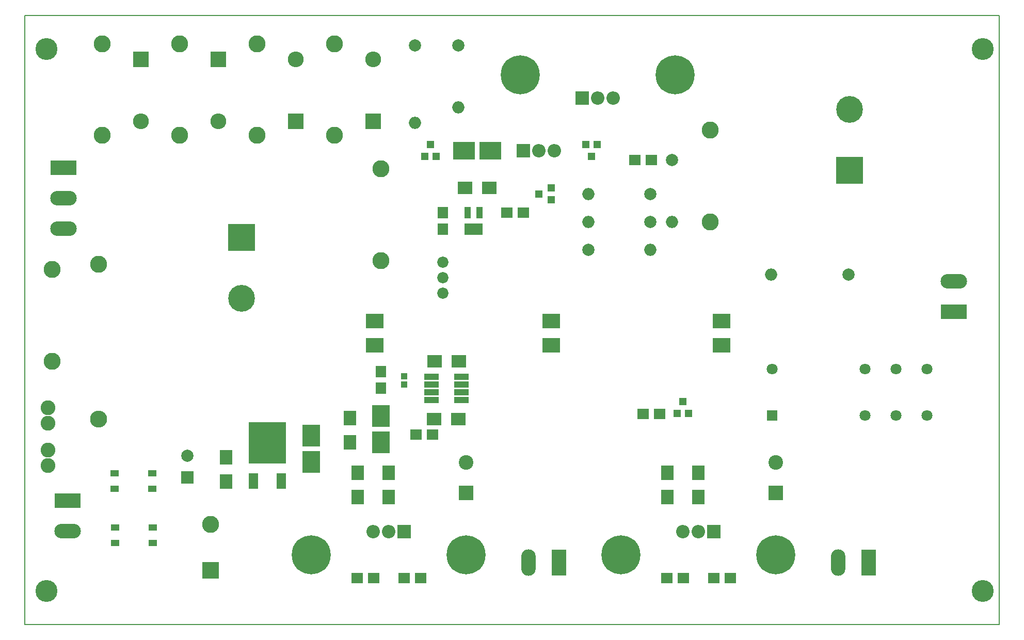
<source format=gbr>
%TF.GenerationSoftware,KiCad,Pcbnew,(5.1.2)-2*%
%TF.CreationDate,2019-08-07T11:35:21+02:00*%
%TF.ProjectId,PowerSupply-6SN7,506f7765-7253-4757-9070-6c792d36534e,rev?*%
%TF.SameCoordinates,Original*%
%TF.FileFunction,Soldermask,Top*%
%TF.FilePolarity,Negative*%
%FSLAX46Y46*%
G04 Gerber Fmt 4.6, Leading zero omitted, Abs format (unit mm)*
G04 Created by KiCad (PCBNEW (5.1.2)-2) date 2019-08-07 11:35:21*
%MOMM*%
%LPD*%
G04 APERTURE LIST*
%ADD10C,0.150000*%
%ADD11R,2.900000X2.400000*%
%ADD12C,2.000000*%
%ADD13O,2.000000X2.000000*%
%ADD14R,4.360000X2.380000*%
%ADD15O,4.360000X2.380000*%
%ADD16R,2.000000X2.000000*%
%ADD17R,3.600000X2.900000*%
%ADD18C,1.840000*%
%ADD19R,1.900000X1.700000*%
%ADD20R,1.700000X1.900000*%
%ADD21R,2.200000X2.200000*%
%ADD22O,2.200000X2.200000*%
%ADD23C,2.800000*%
%ADD24R,2.400000X2.000000*%
%ADD25R,1.200000X1.300000*%
%ADD26C,6.399480*%
%ADD27R,1.300000X1.200000*%
%ADD28R,4.400000X4.400000*%
%ADD29C,4.400000*%
%ADD30R,1.050000X1.960000*%
%ADD31R,2.380000X4.360000*%
%ADD32O,2.380000X4.360000*%
%ADD33O,2.800000X2.800000*%
%ADD34R,1.400000X1.040000*%
%ADD35R,2.400000X2.400000*%
%ADD36C,2.400000*%
%ADD37R,2.000000X2.400000*%
%ADD38R,2.800000X2.800000*%
%ADD39C,2.420000*%
%ADD40R,1.100000X1.000000*%
%ADD41R,2.900000X3.600000*%
%ADD42R,1.800000X1.800000*%
%ADD43C,1.800000*%
%ADD44R,2.400000X1.000000*%
%ADD45R,1.600000X2.600000*%
%ADD46R,6.200000X6.800000*%
%ADD47C,3.600000*%
%ADD48R,2.600000X2.600000*%
%ADD49O,2.600000X2.600000*%
G04 APERTURE END LIST*
D10*
X55075000Y-144925000D02*
X214925000Y-144925000D01*
X55075000Y-45075000D02*
X55075000Y-144925000D01*
X214925000Y-45075000D02*
X55075000Y-45075000D01*
X214925000Y-144925000D02*
X214925000Y-45075000D01*
D11*
X169380000Y-99146000D03*
X169380000Y-95146000D03*
X141440000Y-99146000D03*
X141440000Y-95146000D03*
X112484000Y-99146000D03*
X112484000Y-95146000D03*
D12*
X190208000Y-87526000D03*
D13*
X177508000Y-87526000D03*
D14*
X62065000Y-124610000D03*
D15*
X62065000Y-129610000D03*
D16*
X81750000Y-120800000D03*
D12*
X81750000Y-117300000D03*
D14*
X207480000Y-93622000D03*
D15*
X207480000Y-88622000D03*
D17*
X127098000Y-67206000D03*
X131398000Y-67206000D03*
D18*
X123660000Y-85494000D03*
X123660000Y-88034000D03*
X123660000Y-90574000D03*
D19*
X157856000Y-68730000D03*
X155156000Y-68730000D03*
D12*
X157696000Y-74318000D03*
D13*
X147536000Y-74318000D03*
D12*
X126200000Y-49934000D03*
D13*
X126200000Y-60094000D03*
D19*
X136868000Y-77366000D03*
X134168000Y-77366000D03*
D20*
X123660000Y-77366000D03*
X123660000Y-80066000D03*
D12*
X119088000Y-49934000D03*
D13*
X119088000Y-62634000D03*
D12*
X147536000Y-83462000D03*
D13*
X157696000Y-83462000D03*
D12*
X157696000Y-78890000D03*
D13*
X147536000Y-78890000D03*
D12*
X161252000Y-68730000D03*
D13*
X161252000Y-78890000D03*
D21*
X136868000Y-67206000D03*
D22*
X139408000Y-67206000D03*
X141948000Y-67206000D03*
D23*
X167475000Y-78890000D03*
X167475000Y-63890000D03*
D24*
X127248000Y-73302000D03*
X131248000Y-73302000D03*
D21*
X146520000Y-58570000D03*
D22*
X149060000Y-58570000D03*
X151600000Y-58570000D03*
D25*
X148994000Y-66206000D03*
X147094000Y-66206000D03*
X148044000Y-68206000D03*
D26*
X161760000Y-54760000D03*
X136360000Y-54760000D03*
D25*
X120678000Y-68206000D03*
X122578000Y-68206000D03*
X121628000Y-66206000D03*
D27*
X141408000Y-75268000D03*
X141408000Y-73368000D03*
X139408000Y-74318000D03*
D28*
X190335000Y-70475000D03*
D29*
X190335000Y-60475000D03*
D23*
X113500000Y-85240000D03*
X113500000Y-70240000D03*
D28*
X90640000Y-81430000D03*
D29*
X90640000Y-91430000D03*
D30*
X127724000Y-80066000D03*
X128674000Y-80066000D03*
X129624000Y-80066000D03*
X129624000Y-77366000D03*
X127724000Y-77366000D03*
D14*
X61430000Y-70000000D03*
D15*
X61430000Y-75000000D03*
X61430000Y-80000000D03*
D23*
X93180000Y-49680000D03*
X93180000Y-64680000D03*
X105880000Y-49680000D03*
X105880000Y-64680000D03*
X80480000Y-49680000D03*
X80480000Y-64680000D03*
X67780000Y-49680000D03*
X67780000Y-64680000D03*
D31*
X193510000Y-134770000D03*
D32*
X188510000Y-134770000D03*
D23*
X67145000Y-85875000D03*
D33*
X67145000Y-111275000D03*
D23*
X59525000Y-86750000D03*
X59525000Y-101750000D03*
D31*
X142710000Y-134770000D03*
D32*
X137710000Y-134770000D03*
D21*
X168110000Y-129690000D03*
D22*
X165570000Y-129690000D03*
X163030000Y-129690000D03*
D19*
X160410000Y-137310000D03*
X163110000Y-137310000D03*
X109610000Y-137310000D03*
X112310000Y-137310000D03*
X117310000Y-137310000D03*
X120010000Y-137310000D03*
X168110000Y-137310000D03*
X170810000Y-137310000D03*
D26*
X178270000Y-133500000D03*
X152870000Y-133500000D03*
D34*
X69885000Y-129055000D03*
X69885000Y-131595000D03*
X76035000Y-131595000D03*
X76035000Y-129055000D03*
D35*
X178270000Y-123340000D03*
D36*
X178270000Y-118340000D03*
D35*
X127470000Y-123340000D03*
D36*
X127470000Y-118340000D03*
D37*
X165570000Y-124070000D03*
X165570000Y-120070000D03*
X114770000Y-124070000D03*
X114770000Y-120070000D03*
X160490000Y-124070000D03*
X160490000Y-120070000D03*
X109690000Y-124070000D03*
X109690000Y-120070000D03*
D38*
X85560000Y-136040000D03*
D23*
X85560000Y-128540000D03*
D26*
X102070000Y-133500000D03*
X127470000Y-133500000D03*
D21*
X117310000Y-129690000D03*
D22*
X114770000Y-129690000D03*
X112230000Y-129690000D03*
D39*
X58890000Y-116355000D03*
X58890000Y-118895000D03*
D40*
X117310000Y-104225000D03*
X117310000Y-105625000D03*
D39*
X58890000Y-111910000D03*
X58890000Y-109370000D03*
D24*
X126295000Y-101750000D03*
X122295000Y-101750000D03*
X126200000Y-111275000D03*
X122200000Y-111275000D03*
D41*
X113500000Y-115085000D03*
X113500000Y-110785000D03*
D25*
X162080000Y-110370000D03*
X163980000Y-110370000D03*
X163030000Y-108370000D03*
D42*
X177635000Y-110640000D03*
D43*
X177635000Y-103020000D03*
X197945000Y-110640000D03*
X203035000Y-110640000D03*
X192875000Y-110640000D03*
X197965000Y-103010000D03*
X203045000Y-103010000D03*
X192875000Y-103020000D03*
D44*
X121755000Y-106830000D03*
X126655000Y-104290000D03*
X126655000Y-105560000D03*
X126655000Y-106830000D03*
X126655000Y-108100000D03*
X121755000Y-108100000D03*
X121755000Y-105560000D03*
X121755000Y-104290000D03*
D45*
X92545000Y-121435000D03*
X97105000Y-121435000D03*
D46*
X94825000Y-115135000D03*
D19*
X159220000Y-110386000D03*
X156520000Y-110386000D03*
X119215000Y-113815000D03*
X121915000Y-113815000D03*
D20*
X113500000Y-106195000D03*
X113500000Y-103495000D03*
D37*
X108420000Y-115085000D03*
X108420000Y-111085000D03*
D41*
X102070000Y-118260000D03*
X102070000Y-113960000D03*
D34*
X69785000Y-120165000D03*
X69785000Y-122705000D03*
X75935000Y-122705000D03*
X75935000Y-120165000D03*
D47*
X212240000Y-139450000D03*
X58600000Y-139450000D03*
X212240000Y-50550000D03*
X58600000Y-50550000D03*
D48*
X86830000Y-52220000D03*
D49*
X86830000Y-62380000D03*
D48*
X99530000Y-62380000D03*
D49*
X99530000Y-52220000D03*
D48*
X112230000Y-62380000D03*
D49*
X112230000Y-52220000D03*
D48*
X74130000Y-52220000D03*
D49*
X74130000Y-62380000D03*
D37*
X88100000Y-121530000D03*
X88100000Y-117530000D03*
M02*

</source>
